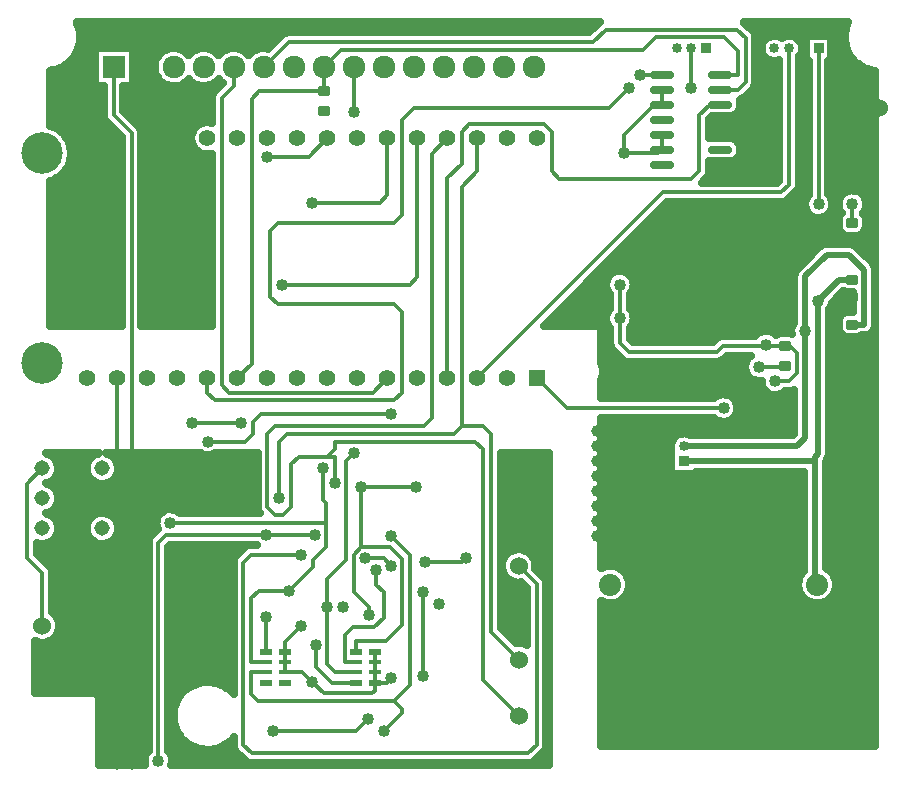
<source format=gbr>
G04 DipTrace 4.3.0.1*
G04 2 - Bottom.gbr*
%MOIN*%
G04 #@! TF.FileFunction,Copper,L2,Bot*
G04 #@! TF.Part,Single*
%AMOUTLINE6*
4,1,28,
-0.019094,-0.008465,
-0.019094,0.008465,
-0.018799,0.010706,
-0.017934,0.012795,
-0.016558,0.014589,
-0.014764,0.015966,
-0.012675,0.016831,
-0.010433,0.017126,
0.010433,0.017126,
0.012675,0.016831,
0.014764,0.015966,
0.016558,0.014589,
0.017934,0.012795,
0.018799,0.010706,
0.019094,0.008465,
0.019094,-0.008465,
0.018799,-0.010706,
0.017934,-0.012795,
0.016558,-0.014589,
0.014764,-0.015966,
0.012675,-0.016831,
0.010433,-0.017126,
-0.010433,-0.017126,
-0.012675,-0.016831,
-0.014764,-0.015966,
-0.016558,-0.014589,
-0.017934,-0.012795,
-0.018799,-0.010706,
-0.019094,-0.008465,
0*%
%AMOUTLINE9*
4,1,28,
0.019094,0.008465,
0.019094,-0.008465,
0.018799,-0.010706,
0.017934,-0.012795,
0.016558,-0.014589,
0.014764,-0.015966,
0.012675,-0.016831,
0.010433,-0.017126,
-0.010433,-0.017126,
-0.012675,-0.016831,
-0.014764,-0.015966,
-0.016558,-0.014589,
-0.017934,-0.012795,
-0.018799,-0.010706,
-0.019094,-0.008465,
-0.019094,0.008465,
-0.018799,0.010706,
-0.017934,0.012795,
-0.016558,0.014589,
-0.014764,0.015966,
-0.012675,0.016831,
-0.010433,0.017126,
0.010433,0.017126,
0.012675,0.016831,
0.014764,0.015966,
0.016558,0.014589,
0.017934,0.012795,
0.018799,0.010706,
0.019094,0.008465,
0*%
%AMOUTLINE12*
4,1,28,
0.021063,0.008465,
0.021063,-0.008465,
0.020781,-0.010604,
0.019955,-0.012598,
0.018641,-0.014311,
0.016929,-0.015625,
0.014935,-0.016451,
0.012795,-0.016732,
-0.012795,-0.016732,
-0.014935,-0.016451,
-0.016929,-0.015625,
-0.018641,-0.014311,
-0.019955,-0.012598,
-0.020781,-0.010604,
-0.021063,-0.008465,
-0.021063,0.008465,
-0.020781,0.010604,
-0.019955,0.012598,
-0.018641,0.014311,
-0.016929,0.015625,
-0.014935,0.016451,
-0.012795,0.016732,
0.012795,0.016732,
0.014935,0.016451,
0.016929,0.015625,
0.018641,0.014311,
0.019955,0.012598,
0.020781,0.010604,
0.021063,0.008465,
0*%
%AMOUTLINE15*
4,1,28,
-0.021063,-0.008465,
-0.021063,0.008465,
-0.020781,0.010604,
-0.019955,0.012598,
-0.018641,0.014311,
-0.016929,0.015625,
-0.014935,0.016451,
-0.012795,0.016732,
0.012795,0.016732,
0.014935,0.016451,
0.016929,0.015625,
0.018641,0.014311,
0.019955,0.012598,
0.020781,0.010604,
0.021063,0.008465,
0.021063,-0.008465,
0.020781,-0.010604,
0.019955,-0.012598,
0.018641,-0.014311,
0.016929,-0.015625,
0.014935,-0.016451,
0.012795,-0.016732,
-0.012795,-0.016732,
-0.014935,-0.016451,
-0.016929,-0.015625,
-0.018641,-0.014311,
-0.019955,-0.012598,
-0.020781,-0.010604,
-0.021063,-0.008465,
0*%
%AMOUTLINE24*
4,1,28,
-0.032874,0.011811,
0.032874,0.011811,
0.034402,0.01161,
0.035827,0.01102,
0.03705,0.010081,
0.037988,0.008858,
0.038578,0.007434,
0.03878,0.005906,
0.03878,-0.005906,
0.038578,-0.007434,
0.037988,-0.008858,
0.03705,-0.010081,
0.035827,-0.01102,
0.034402,-0.01161,
0.032874,-0.011811,
-0.032874,-0.011811,
-0.034402,-0.01161,
-0.035827,-0.01102,
-0.03705,-0.010081,
-0.037988,-0.008858,
-0.038578,-0.007434,
-0.03878,-0.005906,
-0.03878,0.005906,
-0.038578,0.007434,
-0.037988,0.008858,
-0.03705,0.010081,
-0.035827,0.01102,
-0.034402,0.01161,
-0.032874,0.011811,
0*%
G04 #@! TA.AperFunction,Conductor*
%ADD14C,0.012992*%
%ADD16C,0.02*%
G04 #@! TA.AperFunction,CopperBalancing*
%ADD18C,0.025*%
G04 #@! TA.AperFunction,ComponentPad*
%ADD20C,0.06*%
%ADD23R,0.033465X0.033465*%
%ADD24C,0.033465*%
%ADD35C,0.073819*%
%ADD36C,0.03937*%
%ADD38R,0.075591X0.075591*%
%ADD39C,0.075591*%
%ADD40R,0.03937X0.023228*%
%ADD41R,0.03937X0.015354*%
G04 #@! TA.AperFunction,ComponentPad*
%ADD43C,0.051496*%
%ADD44C,0.055433*%
%ADD45R,0.055433X0.055433*%
%ADD46C,0.138425*%
G04 #@! TA.AperFunction,ViaPad*
%ADD48C,0.04*%
%ADD119OUTLINE6*%
%ADD122OUTLINE9*%
%ADD125OUTLINE12*%
%ADD128OUTLINE15*%
%ADD137OUTLINE24*%
%FSLAX26Y26*%
G04*
G70*
G90*
G75*
G01*
G04 Bottom*
%LPD*%
X493700Y918700D2*
D14*
Y1095129D1*
X443192Y1145637D1*
Y1393192D1*
X493700Y1443700D1*
X2937196Y1734216D2*
X2983267D1*
X3009251Y1760200D1*
Y1828149D1*
X2985432Y1851968D1*
X2968700D1*
X743700Y444200D2*
Y1743700D1*
X790905Y444200D2*
Y2561050D1*
X731200Y2620755D1*
Y2781200D1*
X3081200Y2324330D2*
Y2843700D1*
X3193700Y2324330D2*
Y2260728D1*
X2418700Y1943700D2*
Y2056200D1*
X2968700Y1851968D2*
X2906200D1*
X2762936D1*
X2742169Y1831200D1*
X2447798D1*
X2418700Y1860298D1*
Y1943700D1*
X2486983Y2756200D2*
X2558759D1*
X2906200Y1856200D2*
Y1851968D1*
X1302361Y832381D2*
Y864861D1*
X1356200Y918700D1*
X1302361Y765452D2*
Y796948D1*
Y832381D2*
Y796948D1*
X1602361Y832381D2*
Y796948D1*
Y765452D1*
Y730019D1*
Y702361D1*
X1593700Y693700D1*
X1431200D1*
X1393700Y731200D1*
X1359448Y765452D1*
X1302361D1*
X1602361Y730019D2*
X1642519D1*
X1656200Y743700D1*
X1156200Y1593700D2*
X993700D1*
X1393700Y731200D2*
D3*
X1843700Y2543700D2*
X1790905Y2490905D1*
Y1611141D1*
X1764920Y1585157D1*
X1269684D1*
X1243700Y1559172D1*
Y1314204D1*
X1269684Y1288220D1*
X1296692D1*
X1322676Y1314204D1*
Y1457204D1*
X1348661Y1483188D1*
X1443153D1*
X1469137Y1509172D1*
Y1533188D1*
X1937204D1*
X1963188Y1507204D1*
Y736712D1*
X2081200Y618700D1*
X1469137Y1393700D2*
Y1483188D1*
X1443153D1*
X1390905Y2327539D2*
X1617716D1*
X1643700Y2353523D1*
Y2543700D1*
X1943700D2*
Y2434696D1*
X1890905Y2381901D1*
Y1585157D1*
X1963188D1*
X1989172Y1559172D1*
Y898228D1*
X2081200Y806200D1*
X1890905Y1585157D2*
X1864920Y1559172D1*
X1309172D1*
X1283188Y1533188D1*
Y1343700D1*
X1356200Y1155731D2*
X1189172D1*
X1163188Y1129747D1*
Y521260D1*
X1190749Y493700D1*
X2113128D1*
X2140688Y521260D1*
Y1059212D1*
X2081200Y1118700D1*
X2431200Y2493700D2*
X2546259D1*
X2558759Y2506200D1*
Y2556200D2*
Y2506200D1*
Y2656200D2*
Y2706200D1*
Y2656200D2*
X2531200D1*
X2431200Y2556200D1*
Y2493700D1*
X1768700Y1131200D2*
X1893700D1*
X1906200Y1143700D1*
X1568700D2*
X1631200D1*
X1656200Y1118700D1*
X2943700Y1406200D2*
X2993700D1*
X1243700Y2481200D2*
X1381200D1*
X1443700Y2543700D1*
X2631200Y1517913D2*
D16*
X3010217D1*
X3036200Y1543896D1*
Y1900196D1*
Y2083857D1*
X3108543Y2156200D1*
X3181200D1*
X3232283Y2105117D1*
Y1923228D1*
X3193700D1*
X2449511Y2710417D2*
D14*
X2447917D1*
X2381200Y2643700D1*
X1731200D1*
X1690905Y2603405D1*
Y2288050D1*
X1664920Y2262066D1*
X1277401D1*
X1251417Y2236082D1*
Y2016503D1*
X1277401Y1990519D1*
X1664920D1*
X1690905Y1964535D1*
Y1696495D1*
X1664920Y1670511D1*
X1069684D1*
X1043700Y1696495D1*
Y1743700D1*
X2656987Y2843700D2*
Y2710417D1*
X1606200Y1106200D2*
Y1056200D1*
X1631200Y1031200D1*
Y944546D1*
X1600196Y913543D1*
X1527361D1*
X1501377Y887558D1*
Y796948D1*
X1540550D1*
X1578212Y607405D2*
X1537519Y566712D1*
X1261220D1*
X1761180Y1031102D2*
Y751692D1*
X1531204Y1493700D2*
X1506200Y1468696D1*
Y1139350D1*
X1443267Y1076417D1*
Y982657D1*
Y791436D1*
X1469251Y765452D1*
X1540550D1*
X1240550Y949184D2*
Y832381D1*
X1400688Y1222228D2*
X1240550D1*
X906179D1*
X880196Y1196245D1*
Y470023D1*
X1556200Y1381200D2*
Y1181200D1*
X1653422D1*
X1693700Y1140922D1*
Y922598D1*
X1639684Y868582D1*
X1540550D1*
Y832381D1*
X1581200Y956200D2*
Y981200D1*
X1531200Y1031200D1*
Y1156200D1*
X1556200Y1181200D1*
X1656373Y1624645D2*
X1221672D1*
X1195688Y1598661D1*
Y1559176D1*
X1169704Y1533192D1*
X1046692D1*
X1556200Y1381200D2*
X1740176D1*
X1631200Y568700D2*
X1691653Y629153D1*
Y641140D1*
X1664092Y668700D1*
X1213581D1*
X1189172Y693108D1*
Y765452D1*
X1240550D1*
X1656200Y1218330D2*
X1718700Y1155830D1*
Y723308D1*
X1664092Y668700D1*
X2982775Y2843700D2*
Y2389802D1*
X2956791Y2363818D1*
X2563818D1*
X1943700Y1743700D1*
X1231200Y2781200D2*
X1314468Y2864468D1*
X2329609D1*
X2371342Y2906200D1*
X2810333D1*
X2837893Y2878640D1*
Y2732184D1*
X2811909Y2706200D1*
X2753641D1*
X1843700Y1743700D2*
Y2410267D1*
X1890905Y2457472D1*
Y2564920D1*
X1916889Y2590905D1*
X2164920D1*
X2190905Y2564920D1*
Y2433873D1*
X2216889Y2407889D1*
X2656987D1*
X2682972Y2433873D1*
Y2620472D1*
X2718700Y2656200D1*
X2753641D1*
X1643700Y1743700D2*
X1596495Y1696495D1*
X1116889D1*
X1090905Y1722480D1*
Y2677783D1*
X1131200Y2718078D1*
Y2781200D1*
X2764172Y1644527D2*
X2242873D1*
X2143700Y1743700D1*
X2881200Y1781200D2*
X2964468D1*
X2968700Y1785432D1*
X2631200Y1468700D2*
D16*
X3068700D1*
Y1481200D1*
X3079098Y1491598D1*
Y2001731D1*
X3068700Y1468700D2*
Y1056200D1*
X3075688D1*
X3079098Y2001731D2*
X3150594Y2073228D1*
X3193700D1*
X1431200Y2781200D2*
D14*
Y2701968D1*
X1216889D1*
X1190905Y2675983D1*
Y1790905D1*
X1143700Y1743700D1*
X1431200Y2781200D2*
X1488483Y2838483D1*
X2495905D1*
X2538621Y2881200D1*
X2766440D1*
X2811909Y2835731D1*
Y2756200D1*
X2753641D1*
X1531200Y2781200D2*
Y2631200D1*
X1406200Y856200D2*
Y781200D1*
X1457381Y730019D1*
X1540550D1*
X1429649Y1443700D2*
Y1338409D1*
X1440176Y1327881D1*
Y1261720D1*
Y1182739D1*
X1395688Y1138251D1*
Y1115428D1*
X1316716Y1036456D1*
X1215157D1*
X1189172Y1010472D1*
Y796948D1*
X1240550D1*
X1440176Y1261720D2*
X919684D1*
X1743700Y2543700D2*
Y2081977D1*
X1717718Y2055995D1*
X1290905D1*
D48*
X2418700Y2056200D3*
X2718700Y2006200D3*
X2906200Y1856200D3*
X2881200Y1781200D3*
X2831200Y1731200D3*
X2431200Y2493700D3*
X1043700Y2706200D3*
X1356200Y918700D3*
X1393700Y731200D3*
X1656200Y743700D3*
X1156200Y1593700D3*
X993700D3*
X1768700Y1131200D3*
X1906200Y1143700D3*
X1568700D3*
X1656200Y1118700D3*
X2937196Y1734216D3*
X2140684Y1466200D3*
X2418700Y1943700D3*
X3081200Y2324330D3*
X3193700D3*
X1496259Y982657D3*
X1814172Y991613D3*
X1469137Y1393700D3*
X1390905Y2327539D3*
X1283188Y1343700D3*
X1356200Y1155731D3*
X1243700Y2481200D3*
X3036200Y1900196D3*
X1606200Y1106200D3*
X1531204Y1493700D3*
X1443267Y982657D3*
X1240550Y949184D3*
Y1222228D3*
X1400688D3*
X1556200Y1381200D3*
X1581200Y956200D3*
X1631200Y568700D3*
X1656200Y1218330D3*
X2764172Y1644527D3*
X3079098Y2001731D3*
X1531200Y2631200D3*
X1406200Y856200D3*
X1316716Y1036456D3*
X1429649Y1443700D3*
X2486983Y2756200D3*
X1290905Y2055995D3*
X2449511Y2710417D3*
X2656987D3*
X1261220Y566712D3*
X1578212Y607405D3*
X1761180Y751692D3*
Y1031102D3*
X880196Y470023D3*
X1046692Y1533192D3*
X1656373Y1624645D3*
X1740176Y1381200D3*
X919684Y1261720D3*
X541345Y1468831D2*
D18*
X646043D1*
X741363D2*
X1208778D1*
X2024097D2*
X2178692D1*
X547876Y1443962D2*
X639512D1*
X747876D2*
X1208778D1*
X2024097D2*
X2178692D1*
X541632Y1419094D2*
X645756D1*
X741650D2*
X1208778D1*
X2024097D2*
X2178692D1*
X511112Y1394225D2*
X676257D1*
X711131D2*
X1208778D1*
X2024097D2*
X2178692D1*
X541058Y1369356D2*
X1208778D1*
X2024097D2*
X2178692D1*
X547876Y1344487D2*
X1208778D1*
X2024097D2*
X2178692D1*
X541937Y1319619D2*
X1208778D1*
X2024097D2*
X2178692D1*
X512781Y1294750D2*
X683147D1*
X704259D2*
X885282D1*
X954085D2*
X1215255D1*
X2024097D2*
X2178692D1*
X540753Y1269881D2*
X646635D1*
X740753D2*
X871987D1*
X2024097D2*
X2178692D1*
X547858Y1245012D2*
X639530D1*
X747858D2*
X874410D1*
X2024097D2*
X2178692D1*
X542188Y1220144D2*
X645199D1*
X742206D2*
X855750D1*
X2024097D2*
X2178692D1*
X514234Y1195275D2*
X673153D1*
X714253D2*
X845272D1*
X2024097D2*
X2178692D1*
X478117Y1170406D2*
X845272D1*
X915114D2*
X1155490D1*
X2024097D2*
X2057386D1*
X2105016D2*
X2178692D1*
X491645Y1145537D2*
X845272D1*
X915114D2*
X1132363D1*
X2132772D2*
X2178692D1*
X516513Y1120669D2*
X845272D1*
X915114D2*
X1128272D1*
X2139590D2*
X2178692D1*
X528606Y1095800D2*
X845272D1*
X915114D2*
X1128272D1*
X2152455D2*
X2178692D1*
X528624Y1070931D2*
X845272D1*
X915114D2*
X1128272D1*
X2024097D2*
X2049617D1*
X528624Y1046062D2*
X845272D1*
X915114D2*
X1128272D1*
X2024097D2*
X2105488D1*
X528624Y1021193D2*
X845272D1*
X915114D2*
X1128272D1*
X2024097D2*
X2105775D1*
X528624Y996325D2*
X845272D1*
X915114D2*
X1128272D1*
X2024097D2*
X2105775D1*
X528624Y971456D2*
X845272D1*
X915114D2*
X1128272D1*
X2024097D2*
X2105775D1*
X544682Y946587D2*
X845272D1*
X915114D2*
X1128272D1*
X2024097D2*
X2105775D1*
X552038Y921718D2*
X845272D1*
X915114D2*
X1128272D1*
X2024097D2*
X2105775D1*
X547678Y896850D2*
X845272D1*
X915114D2*
X1128272D1*
X2038899D2*
X2105775D1*
X526937Y871981D2*
X845272D1*
X915114D2*
X1128272D1*
X2063767D2*
X2105775D1*
X471209Y847112D2*
X845272D1*
X915114D2*
X1128272D1*
X471209Y822243D2*
X845272D1*
X915114D2*
X1128272D1*
X471209Y797375D2*
X845272D1*
X915114D2*
X1128272D1*
X471209Y772506D2*
X845272D1*
X915114D2*
X1128272D1*
X471209Y747637D2*
X845272D1*
X915114D2*
X1128272D1*
X471209Y722768D2*
X845272D1*
X915114D2*
X997438D1*
X1089960D2*
X1128272D1*
X471209Y697899D2*
X845272D1*
X915114D2*
X960747D1*
X683697Y673031D2*
X845272D1*
X915114D2*
X942231D1*
X683697Y648162D2*
X845272D1*
X915114D2*
X932219D1*
X683697Y623293D2*
X845272D1*
X915114D2*
X928397D1*
X683697Y598424D2*
X845272D1*
X915114D2*
X930138D1*
X683697Y573556D2*
X845272D1*
X915114D2*
X937727D1*
X683697Y548687D2*
X845272D1*
X915114D2*
X952637D1*
X683697Y523818D2*
X845272D1*
X915114D2*
X980017D1*
X1107382D2*
X1128272D1*
X683697Y498949D2*
X842024D1*
X918362D2*
X1137171D1*
X683697Y474081D2*
X831959D1*
X928445D2*
X1162021D1*
X2141851D2*
X2178692D1*
X744567Y1234562D2*
X742118Y1225626D1*
X738113Y1217271D1*
X732680Y1209766D1*
X725994Y1203351D1*
X718271Y1198233D1*
X709757Y1194576D1*
X700728Y1192499D1*
X691473Y1192067D1*
X682289Y1193294D1*
X673472Y1196142D1*
X665305Y1200518D1*
X658051Y1206282D1*
X651943Y1213249D1*
X647176Y1221194D1*
X643905Y1229863D1*
X642235Y1238976D1*
X642219Y1248242D1*
X643857Y1257361D1*
X647097Y1266041D1*
X651835Y1274004D1*
X657919Y1280992D1*
X665153Y1286781D1*
X673304Y1291186D1*
X682111Y1294065D1*
X691290Y1295325D1*
X700547Y1294926D1*
X709583Y1292880D1*
X718110Y1289254D1*
X725851Y1284163D1*
X732560Y1277772D1*
X738019Y1270286D1*
X742054Y1261945D1*
X744534Y1253018D1*
X745381Y1243700D1*
X744567Y1234562D1*
X852848Y1213656D2*
X849067Y1205309D1*
X847775Y1196245D1*
X847770Y502233D1*
X845270Y499845D1*
X839982Y492204D1*
X836340Y483655D1*
X834494Y474548D1*
X834519Y465255D1*
X836396Y456200D1*
X681200Y456195D1*
Y681200D1*
X680811Y684295D1*
X677997Y689555D1*
X673060Y692913D1*
X668686Y693700D1*
X468700Y693703D1*
X468695Y868862D1*
X471291Y867461D1*
X480030Y864471D1*
X489142Y862961D1*
X498379Y862971D1*
X507488Y864501D1*
X516221Y867509D1*
X524339Y871914D1*
X531622Y877595D1*
X537870Y884398D1*
X542914Y892136D1*
X546615Y900599D1*
X548873Y909555D1*
X549625Y918761D1*
X548853Y927965D1*
X546576Y936916D1*
X542856Y945371D1*
X537796Y953098D1*
X531533Y959887D1*
X526125Y964086D1*
X526122Y1095103D1*
X525349Y1102164D1*
X522121Y1110731D1*
X516626Y1118055D1*
X475614Y1159061D1*
X475617Y1195457D1*
X482289Y1193302D1*
X491472Y1192075D1*
X500726Y1192506D1*
X509754Y1194583D1*
X518266Y1198239D1*
X525988Y1203356D1*
X532673Y1209770D1*
X538105Y1217274D1*
X542110Y1225628D1*
X544559Y1234562D1*
X545373Y1243790D1*
X544527Y1253015D1*
X542047Y1261941D1*
X538013Y1270281D1*
X532555Y1277766D1*
X525847Y1284156D1*
X518107Y1289246D1*
X509582Y1292872D1*
X506379Y1293597D1*
X506363Y1293795D1*
X509757Y1294576D1*
X518271Y1298233D1*
X525994Y1303351D1*
X532680Y1309766D1*
X538113Y1317271D1*
X542118Y1325626D1*
X544567Y1334562D1*
X545381Y1343791D1*
X544534Y1353018D1*
X542054Y1361945D1*
X538019Y1370286D1*
X532560Y1377772D1*
X525851Y1384163D1*
X518110Y1389254D1*
X509583Y1392880D1*
X506377Y1393807D1*
X509754Y1394583D1*
X518266Y1398239D1*
X525988Y1403356D1*
X532673Y1409770D1*
X538105Y1417274D1*
X542110Y1425628D1*
X544559Y1434562D1*
X545373Y1443700D1*
X545009Y1449828D1*
X543090Y1458891D1*
X539584Y1467466D1*
X534603Y1475277D1*
X528308Y1482073D1*
X520900Y1487635D1*
X519321Y1488575D1*
X517709Y1489457D1*
X516068Y1490282D1*
X514398Y1491047D1*
X512701Y1491753D1*
X510981Y1492398D1*
X509239Y1492982D1*
X507477Y1493503D1*
X506745Y1493700D1*
X680649D1*
X678475Y1493088D1*
X676729Y1492515D1*
X675005Y1491881D1*
X673304Y1491186D1*
X665153Y1486781D1*
X657919Y1480992D1*
X651835Y1474004D1*
X647097Y1466041D1*
X643857Y1457361D1*
X642219Y1448242D1*
X642235Y1438976D1*
X643905Y1429863D1*
X647176Y1421194D1*
X651943Y1413249D1*
X658051Y1406282D1*
X665305Y1400518D1*
X673472Y1396142D1*
X682289Y1393294D1*
X691473Y1392067D1*
X700728Y1392499D1*
X709757Y1394576D1*
X718271Y1398233D1*
X725994Y1403351D1*
X732680Y1409766D1*
X738113Y1417271D1*
X742118Y1425626D1*
X744567Y1434562D1*
X745381Y1443700D1*
X745016Y1449838D1*
X743095Y1458902D1*
X739587Y1467477D1*
X734604Y1475289D1*
X728306Y1482085D1*
X720896Y1487647D1*
X719317Y1488586D1*
X717706Y1489468D1*
X716064Y1490292D1*
X714394Y1491058D1*
X712697Y1491763D1*
X710977Y1492408D1*
X709235Y1492991D1*
X707473Y1493512D1*
X706782Y1493700D1*
X1023684Y1493699D1*
X1026576Y1491906D1*
X1035299Y1488702D1*
X1044488Y1487320D1*
X1053767Y1487815D1*
X1062757Y1490168D1*
X1069909Y1493700D1*
X1211278Y1493699D1*
Y1314230D1*
X1212051Y1307169D1*
X1215279Y1298602D1*
X1218235Y1294141D1*
X951979Y1294139D1*
X946621Y1298916D1*
X938582Y1303577D1*
X929769Y1306524D1*
X920544Y1307637D1*
X911283Y1306870D1*
X902366Y1304255D1*
X894159Y1299898D1*
X886996Y1293978D1*
X881171Y1286738D1*
X876924Y1278473D1*
X874426Y1269522D1*
X873782Y1260252D1*
X875017Y1251042D1*
X878081Y1242270D1*
X878933Y1240844D1*
X863766Y1225666D1*
X857290Y1219189D1*
X852848Y1213656D1*
X2163594Y498315D2*
X2136053Y470774D1*
X2128730Y465279D1*
X2120154Y462050D1*
X2113101Y461278D1*
X1190749D1*
X1181685Y462571D1*
X1173337Y466352D1*
X1167803Y470795D1*
X1140263Y498335D1*
X1134768Y505658D1*
X1131538Y514234D1*
X1130767Y521287D1*
X1130770Y546986D1*
X1127511Y543064D1*
X1121067Y536485D1*
X1114108Y530452D1*
X1106681Y525007D1*
X1098834Y520185D1*
X1090621Y516019D1*
X1082096Y512536D1*
X1073314Y509760D1*
X1064336Y507708D1*
X1055221Y506396D1*
X1046029Y505830D1*
X1036821Y506016D1*
X1027659Y506952D1*
X1018604Y508631D1*
X1009716Y511043D1*
X1001054Y514171D1*
X992676Y517995D1*
X984637Y522489D1*
X976991Y527623D1*
X969790Y533364D1*
X963080Y539672D1*
X956907Y546506D1*
X951311Y553821D1*
X946330Y561567D1*
X941997Y569694D1*
X938341Y578147D1*
X935387Y586869D1*
X933152Y595804D1*
X931654Y604891D1*
X930901Y614069D1*
X930899Y623279D1*
X931648Y632458D1*
X933142Y641546D1*
X935372Y650481D1*
X938323Y659205D1*
X941975Y667660D1*
X946304Y675788D1*
X951282Y683537D1*
X956874Y690854D1*
X963044Y697691D1*
X969751Y704003D1*
X976950Y709746D1*
X984593Y714884D1*
X992630Y719382D1*
X1001006Y723209D1*
X1009667Y726342D1*
X1018554Y728757D1*
X1027608Y730441D1*
X1036770Y731381D1*
X1045977Y731571D1*
X1055170Y731010D1*
X1064286Y729701D1*
X1073265Y727654D1*
X1082047Y724881D1*
X1090574Y721402D1*
X1098790Y717240D1*
X1106638Y712422D1*
X1114068Y706980D1*
X1121029Y700951D1*
X1127476Y694374D1*
X1130772Y690412D1*
X1130767Y1026543D1*
Y1129747D1*
X1132059Y1138811D1*
X1135840Y1147159D1*
X1140282Y1152692D1*
X1166247Y1178657D1*
X1173570Y1184152D1*
X1182147Y1187381D1*
X1189200Y1188153D1*
X1210086Y1188152D1*
X1208339Y1189805D1*
X919617Y1189806D1*
X912618Y1182815D1*
Y502541D1*
X917820Y496359D1*
X922351Y488246D1*
X925157Y479387D1*
X926122Y470023D1*
X925206Y460898D1*
X923743Y456192D1*
X990223Y456200D1*
X2181192D1*
X2181200Y553909D1*
Y1493707D1*
X2055946Y1493700D1*
X2021596D1*
X2021594Y911658D1*
X2072065Y861181D1*
X2076521Y861929D1*
X2085758Y861939D1*
X2094870Y860429D1*
X2103609Y857439D1*
X2108269Y854924D1*
X2108267Y1045783D1*
X2090335Y1063719D1*
X2085879Y1062971D1*
X2076642Y1062961D1*
X2067530Y1064471D1*
X2058791Y1067461D1*
X2050663Y1071848D1*
X2043367Y1077513D1*
X2037104Y1084302D1*
X2032044Y1092029D1*
X2028324Y1100484D1*
X2026047Y1109435D1*
X2025275Y1118639D1*
X2026027Y1127845D1*
X2028285Y1136801D1*
X2031986Y1145264D1*
X2037030Y1153002D1*
X2043278Y1159805D1*
X2050561Y1165486D1*
X2058679Y1169891D1*
X2067412Y1172899D1*
X2076521Y1174429D1*
X2085758Y1174439D1*
X2094870Y1172929D1*
X2103609Y1169939D1*
X2111737Y1165552D1*
X2119033Y1159887D1*
X2125296Y1153098D1*
X2130356Y1145371D1*
X2134076Y1136916D1*
X2136353Y1127965D1*
X2137125Y1118700D1*
X2136373Y1109555D1*
X2136335Y1109406D1*
X2163614Y1082137D1*
X2169109Y1074814D1*
X2172338Y1066238D1*
X2173110Y1059186D1*
Y521260D1*
X2171817Y512196D1*
X2168036Y503849D1*
X2163594Y498315D1*
X618760Y2906331D2*
X2323121D1*
X2858543D2*
X3168642D1*
X621595Y2881462D2*
X1283108D1*
X2872700D2*
X2911227D1*
X3005112D2*
X3036050D1*
X3126365D2*
X3165808D1*
X618886Y2856594D2*
X1258240D1*
X2872807D2*
X2890396D1*
X3126365D2*
X3168517D1*
X610184Y2831725D2*
X664985D1*
X797427D2*
X889853D1*
X972542D2*
X989880D1*
X1072534D2*
X1089872D1*
X1172525D2*
X1189881D1*
X2872807D2*
X2890127D1*
X3126365D2*
X3177219D1*
X593659Y2806856D2*
X664985D1*
X797427D2*
X870368D1*
X2872807D2*
X2909559D1*
X3017690D2*
X3036050D1*
X3126365D2*
X3193743D1*
X562565Y2781987D2*
X664985D1*
X797427D2*
X864967D1*
X2872807D2*
X2947847D1*
X3017690D2*
X3046277D1*
X3116120D2*
X3224837D1*
X521209Y2757119D2*
X664985D1*
X797427D2*
X869704D1*
X2872807D2*
X2947847D1*
X3017690D2*
X3046277D1*
X3116120D2*
X3266194D1*
X521209Y2732250D2*
X664985D1*
X797427D2*
X887897D1*
X974516D2*
X987907D1*
X1074489D2*
X1087898D1*
X2872807D2*
X2947847D1*
X3017690D2*
X3046277D1*
X3116120D2*
X3266194D1*
X521209Y2707381D2*
X696276D1*
X766119D2*
X1072145D1*
X2861432D2*
X2947847D1*
X3017690D2*
X3046277D1*
X3116120D2*
X3266194D1*
X521209Y2682512D2*
X696276D1*
X766119D2*
X1056338D1*
X2836546D2*
X2947847D1*
X3017690D2*
X3046277D1*
X3116120D2*
X3266194D1*
X521209Y2657644D2*
X696276D1*
X766119D2*
X1055979D1*
X2820847D2*
X2947847D1*
X3017690D2*
X3046277D1*
X3116120D2*
X3266194D1*
X521209Y2632775D2*
X696276D1*
X767536D2*
X1055979D1*
X2815590D2*
X2947847D1*
X3017690D2*
X3046277D1*
X3116120D2*
X3266194D1*
X521209Y2607906D2*
X698931D1*
X792404D2*
X1055979D1*
X2718757D2*
X2947847D1*
X3017690D2*
X3046277D1*
X3116120D2*
X3266194D1*
X528942Y2583037D2*
X720569D1*
X817236D2*
X1004736D1*
X2717895D2*
X2947847D1*
X3017690D2*
X3046277D1*
X3116120D2*
X3266194D1*
X566172Y2558169D2*
X745437D1*
X825830D2*
X989539D1*
X2717895D2*
X2947847D1*
X3017690D2*
X3046277D1*
X3116120D2*
X3266194D1*
X582714Y2533300D2*
X755987D1*
X825830D2*
X988570D1*
X2812773D2*
X2947847D1*
X3017690D2*
X3046277D1*
X3116120D2*
X3266194D1*
X590196Y2508431D2*
X755987D1*
X825830D2*
X1000789D1*
X2820847D2*
X2947847D1*
X3017690D2*
X3046277D1*
X3116120D2*
X3266194D1*
X590806Y2483562D2*
X755987D1*
X825830D2*
X1055979D1*
X2816110D2*
X2947847D1*
X3017690D2*
X3046277D1*
X3116120D2*
X3266194D1*
X584670Y2458693D2*
X755987D1*
X825830D2*
X1055979D1*
X2717895D2*
X2947847D1*
X3017690D2*
X3046277D1*
X3116120D2*
X3266194D1*
X570137Y2433825D2*
X755987D1*
X825830D2*
X1055979D1*
X2717895D2*
X2947847D1*
X3017690D2*
X3046277D1*
X3116120D2*
X3266194D1*
X539456Y2408956D2*
X755987D1*
X825830D2*
X1055979D1*
X2706412D2*
X2947847D1*
X3017690D2*
X3046277D1*
X3116120D2*
X3266194D1*
X521209Y2384087D2*
X755987D1*
X825830D2*
X1055979D1*
X3017187D2*
X3046277D1*
X3116120D2*
X3266194D1*
X521209Y2359218D2*
X755987D1*
X825830D2*
X1055979D1*
X3000537D2*
X3046277D1*
X3116120D2*
X3161340D1*
X3226069D2*
X3266194D1*
X521209Y2334350D2*
X755987D1*
X825830D2*
X1055979D1*
X2972817D2*
X3033879D1*
X3128518D2*
X3146376D1*
X3241015D2*
X3266194D1*
X521209Y2309481D2*
X755987D1*
X825830D2*
X1055979D1*
X2557834D2*
X3035243D1*
X3127154D2*
X3147740D1*
X3239651D2*
X3266194D1*
X521209Y2284612D2*
X755987D1*
X825830D2*
X1055979D1*
X2532966D2*
X3055643D1*
X3106754D2*
X3149803D1*
X3237588D2*
X3266194D1*
X521209Y2259743D2*
X755987D1*
X825830D2*
X1055979D1*
X2508098D2*
X3146179D1*
X3241212D2*
X3266194D1*
X521209Y2234875D2*
X755987D1*
X825830D2*
X1055979D1*
X2483231D2*
X3150862D1*
X3236529D2*
X3266194D1*
X521209Y2210006D2*
X755987D1*
X825830D2*
X1055979D1*
X2458363D2*
X3266194D1*
X521209Y2185137D2*
X755987D1*
X825830D2*
X1055979D1*
X2433495D2*
X3084745D1*
X3204987D2*
X3266194D1*
X521209Y2160268D2*
X755987D1*
X825830D2*
X1055979D1*
X2408627D2*
X3059303D1*
X3230447D2*
X3266194D1*
X521209Y2135399D2*
X755987D1*
X825830D2*
X1055979D1*
X2383742D2*
X3034436D1*
X521209Y2110531D2*
X755987D1*
X825830D2*
X1055979D1*
X2358874D2*
X3009568D1*
X521209Y2085662D2*
X755987D1*
X825830D2*
X1055979D1*
X2334006D2*
X2380967D1*
X2456425D2*
X2997816D1*
X521209Y2060793D2*
X755987D1*
X825830D2*
X1055979D1*
X2309139D2*
X2370506D1*
X2466903D2*
X2997780D1*
X521209Y2035924D2*
X755987D1*
X825830D2*
X1055979D1*
X2284271D2*
X2374992D1*
X2462400D2*
X2997780D1*
X521209Y2011056D2*
X755987D1*
X825830D2*
X1055979D1*
X2259403D2*
X2383784D1*
X2453626D2*
X2997780D1*
X3141723D2*
X3193851D1*
X521209Y1986187D2*
X755987D1*
X825830D2*
X1055979D1*
X2234535D2*
X2383784D1*
X2453626D2*
X2997780D1*
X3124804D2*
X3193851D1*
X521209Y1961318D2*
X755987D1*
X825830D2*
X1055979D1*
X2209668D2*
X2373790D1*
X2463620D2*
X2997780D1*
X3117520D2*
X3162919D1*
X521209Y1936449D2*
X755987D1*
X825830D2*
X1055979D1*
X2184800D2*
X2370847D1*
X2466545D2*
X2997780D1*
X3117520D2*
X3146502D1*
X2358695Y1911581D2*
X2383371D1*
X2454021D2*
X2989204D1*
X3117520D2*
X3146322D1*
X2358695Y1886712D2*
X2383784D1*
X2453626D2*
X2869368D1*
X3117520D2*
X3160533D1*
X3226859D2*
X3266194D1*
X2358695Y1861843D2*
X2383784D1*
X3117520D2*
X3266194D1*
X2358695Y1836974D2*
X2393670D1*
X3117520D2*
X3266194D1*
X2358695Y1812106D2*
X2418537D1*
X2771417D2*
X2844734D1*
X3117520D2*
X3266194D1*
X2362175Y1787237D2*
X2833179D1*
X3117520D2*
X3266194D1*
X2365333Y1762368D2*
X2836821D1*
X3117520D2*
X3266194D1*
X2359215Y1737499D2*
X2864578D1*
X3117520D2*
X3266194D1*
X2358695Y1712630D2*
X2894164D1*
X3117520D2*
X3266194D1*
X2358695Y1687762D2*
X2746178D1*
X2782164D2*
X2997780D1*
X3117520D2*
X3266194D1*
X2808772Y1662893D2*
X2997780D1*
X3117520D2*
X3266194D1*
X2812127Y1638024D2*
X2997780D1*
X3117520D2*
X3266194D1*
X2800214Y1613155D2*
X2997780D1*
X3117520D2*
X3266194D1*
X2358695Y1588287D2*
X2997780D1*
X3117520D2*
X3266194D1*
X2358695Y1563418D2*
X2997780D1*
X3117520D2*
X3266194D1*
X2358695Y1538549D2*
X2591374D1*
X3117520D2*
X3266194D1*
X2358695Y1513680D2*
X2586260D1*
X3117520D2*
X3266194D1*
X2358695Y1488812D2*
X2586045D1*
X3117412D2*
X3266194D1*
X2358695Y1463943D2*
X2586045D1*
X3107131D2*
X3266194D1*
X2358695Y1439074D2*
X2586045D1*
X3107131D2*
X3266194D1*
X2358695Y1414205D2*
X3030273D1*
X3107131D2*
X3266194D1*
X2358695Y1389336D2*
X3030273D1*
X3107131D2*
X3266194D1*
X2358695Y1364468D2*
X3030273D1*
X3107131D2*
X3266194D1*
X2358695Y1339599D2*
X3030273D1*
X3107131D2*
X3266194D1*
X2358695Y1314730D2*
X3030273D1*
X3107131D2*
X3266194D1*
X2358695Y1289861D2*
X3030273D1*
X3107131D2*
X3266194D1*
X2358695Y1264993D2*
X3030273D1*
X3107131D2*
X3266194D1*
X2358695Y1240124D2*
X3030273D1*
X3107131D2*
X3266194D1*
X2358695Y1215255D2*
X3030273D1*
X3107131D2*
X3266194D1*
X2358695Y1190386D2*
X3030273D1*
X3107131D2*
X3266194D1*
X2358695Y1165518D2*
X3030273D1*
X3107131D2*
X3266194D1*
X2358695Y1140649D2*
X3030273D1*
X3107131D2*
X3266194D1*
X2409166Y1115780D2*
X3030273D1*
X3107131D2*
X3266194D1*
X2441587Y1090911D2*
X3020818D1*
X3130563D2*
X3266194D1*
X2451276Y1066043D2*
X3011129D1*
X3140252D2*
X3266194D1*
X2450217Y1041174D2*
X3012169D1*
X3139194D2*
X3266194D1*
X2437765Y1016305D2*
X3024639D1*
X3126742D2*
X3266194D1*
X2358695Y991436D2*
X3266194D1*
X2358695Y966567D2*
X3266194D1*
X2358695Y941699D2*
X3266194D1*
X2358695Y916830D2*
X3266194D1*
X2358695Y891961D2*
X3266194D1*
X2358695Y867092D2*
X3266194D1*
X2358695Y842224D2*
X3266194D1*
X2358695Y817355D2*
X3266194D1*
X2358695Y792486D2*
X3266194D1*
X2358695Y767617D2*
X3266194D1*
X2358695Y742749D2*
X3266194D1*
X2358695Y717880D2*
X3266194D1*
X2358695Y693011D2*
X3266194D1*
X2358695Y668142D2*
X3266194D1*
X2358695Y643273D2*
X3266194D1*
X2358695Y618405D2*
X3266194D1*
X2358695Y593536D2*
X3266194D1*
X2358695Y568667D2*
X3266194D1*
X2358695Y543798D2*
X3266194D1*
X2358695Y518930D2*
X3266194D1*
X3047729Y2886357D2*
X3123858D1*
Y2801042D1*
X3113622D1*
Y2356849D1*
X3118824Y2350666D1*
X3123355Y2342553D1*
X3126161Y2333694D1*
X3127125Y2324330D1*
X3126210Y2315205D1*
X3123452Y2306331D1*
X3118963Y2298194D1*
X3112929Y2291128D1*
X3105596Y2285420D1*
X3097264Y2281306D1*
X3088275Y2278953D1*
X3078996Y2278457D1*
X3069807Y2279840D1*
X3061084Y2283044D1*
X3053185Y2287939D1*
X3046433Y2294323D1*
X3041105Y2301936D1*
X3037417Y2310465D1*
X3035523Y2319562D1*
X3035498Y2328855D1*
X3037344Y2337962D1*
X3040986Y2346511D1*
X3046274Y2354152D1*
X3048774Y2356541D1*
X3048778Y2801044D1*
X3038543Y2801042D1*
Y2886357D1*
X3047729D1*
X823326Y2561023D2*
Y1918697D1*
X1058486Y1918700D1*
X1058487Y2492331D1*
X1054926Y2491246D1*
X1045900Y2490103D1*
X1036810Y2490502D1*
X1027919Y2492432D1*
X1019481Y2495836D1*
X1011741Y2500618D1*
X1004920Y2506639D1*
X999214Y2513726D1*
X994788Y2521675D1*
X991770Y2530258D1*
X990245Y2539228D1*
X990258Y2548326D1*
X991808Y2557291D1*
X994852Y2565865D1*
X999300Y2573802D1*
X1005026Y2580873D1*
X1011865Y2586874D1*
X1019619Y2591633D1*
X1028066Y2595013D1*
X1036963Y2596917D1*
X1046054Y2597290D1*
X1055077Y2596122D1*
X1058482Y2595074D1*
X1058483Y2677756D1*
X1059091Y2684029D1*
X1062105Y2692674D1*
X1067417Y2700132D1*
X1087687Y2720416D1*
X1095676Y2728393D1*
X1089406Y2733100D1*
X1082986Y2739538D1*
X1081292Y2741807D1*
X1081107Y2741813D1*
X1079300Y2739406D1*
X1072862Y2732986D1*
X1065577Y2727548D1*
X1057591Y2723201D1*
X1049069Y2720036D1*
X1040182Y2718116D1*
X1031113Y2717479D1*
X1022045Y2718140D1*
X1013164Y2720085D1*
X1004650Y2723274D1*
X996677Y2727642D1*
X989406Y2733100D1*
X982986Y2739538D1*
X981292Y2741807D1*
X981114Y2741809D1*
X979307Y2739402D1*
X972868Y2732981D1*
X965582Y2727542D1*
X957596Y2723195D1*
X949072Y2720029D1*
X940184Y2718108D1*
X931114Y2717471D1*
X922045Y2718132D1*
X913163Y2720077D1*
X904648Y2723266D1*
X896673Y2727635D1*
X889402Y2733093D1*
X882981Y2739532D1*
X877542Y2746818D1*
X873195Y2754804D1*
X870029Y2763328D1*
X868108Y2772216D1*
X867471Y2781286D1*
X868132Y2790355D1*
X870077Y2799237D1*
X873266Y2807752D1*
X877635Y2815727D1*
X883093Y2822998D1*
X889532Y2829419D1*
X896818Y2834858D1*
X904804Y2839205D1*
X913328Y2842371D1*
X922216Y2844292D1*
X931286Y2844929D1*
X940355Y2844268D1*
X949237Y2842323D1*
X957752Y2839134D1*
X965727Y2834765D1*
X972998Y2829307D1*
X979419Y2822868D1*
X981114Y2820598D1*
X983100Y2822994D1*
X989538Y2829414D1*
X996823Y2834852D1*
X1004809Y2839199D1*
X1013331Y2842364D1*
X1022218Y2844284D1*
X1031287Y2844921D1*
X1040355Y2844260D1*
X1049236Y2842315D1*
X1057750Y2839126D1*
X1065723Y2834758D1*
X1072994Y2829300D1*
X1079414Y2822862D1*
X1081108Y2820593D1*
X1083100Y2822994D1*
X1089538Y2829414D1*
X1096823Y2834852D1*
X1104809Y2839199D1*
X1113331Y2842364D1*
X1122218Y2844284D1*
X1131287Y2844921D1*
X1140355Y2844260D1*
X1149236Y2842315D1*
X1157750Y2839126D1*
X1165723Y2834758D1*
X1172994Y2829300D1*
X1179414Y2822862D1*
X1181108Y2820593D1*
X1183100Y2822994D1*
X1189538Y2829414D1*
X1196823Y2834852D1*
X1204809Y2839199D1*
X1213331Y2842364D1*
X1222218Y2844284D1*
X1231287Y2844921D1*
X1240355Y2844260D1*
X1246955Y2842814D1*
X1291525Y2887376D1*
X1296389Y2891381D1*
X1304633Y2895362D1*
X1313662Y2896879D1*
X1341904Y2896889D1*
X2316187D1*
X2348401Y2929110D1*
X2350694Y2931200D1*
X607322Y2931194D1*
X609817Y2926017D1*
X613125Y2917422D1*
X615722Y2908586D1*
X617589Y2899568D1*
X618716Y2890428D1*
X619094Y2881200D1*
X618720Y2872024D1*
X617598Y2862883D1*
X615734Y2853864D1*
X613142Y2845027D1*
X609837Y2836430D1*
X605843Y2828132D1*
X601186Y2820187D1*
X595897Y2812647D1*
X590011Y2805564D1*
X583567Y2798985D1*
X576608Y2792952D1*
X569181Y2787507D1*
X561334Y2782685D1*
X553121Y2778519D1*
X544596Y2775036D1*
X535814Y2772260D1*
X526836Y2770208D1*
X518709Y2769038D1*
X518700Y2668195D1*
Y2585509D1*
X523091Y2584193D1*
X531688Y2580933D1*
X539930Y2576860D1*
X547740Y2572010D1*
X555046Y2566429D1*
X561779Y2560168D1*
X567876Y2553287D1*
X573281Y2545850D1*
X577942Y2537926D1*
X581818Y2529589D1*
X584870Y2520917D1*
X587071Y2511991D1*
X588401Y2502894D1*
X588846Y2493700D1*
X588403Y2484528D1*
X587075Y2475431D1*
X584876Y2466504D1*
X581826Y2457831D1*
X577953Y2449493D1*
X573293Y2441568D1*
X567890Y2434130D1*
X561794Y2427247D1*
X555062Y2420985D1*
X547758Y2415403D1*
X539949Y2410551D1*
X531708Y2406475D1*
X523112Y2403214D1*
X518703Y2402013D1*
X518700Y1918709D1*
X598065Y1918700D1*
X758476D1*
X758483Y2033456D1*
Y2547614D1*
X708290Y2597814D1*
X704287Y2602676D1*
X700306Y2610920D1*
X698788Y2619949D1*
X698778Y2648041D1*
Y2717479D1*
X667480D1*
Y2844920D1*
X794921D1*
Y2717479D1*
X763621D1*
X763622Y2634177D1*
X813830Y2583976D1*
X819325Y2576653D1*
X822555Y2568076D1*
X823326Y2561023D1*
X3159217Y2294055D2*
X3158933Y2294323D1*
X3153605Y2301936D1*
X3149917Y2310465D1*
X3148023Y2319562D1*
X3147998Y2328855D1*
X3149844Y2337962D1*
X3153486Y2346511D1*
X3158774Y2354152D1*
X3165492Y2360572D1*
X3173365Y2365508D1*
X3182071Y2368759D1*
X3191252Y2370190D1*
X3200534Y2369744D1*
X3209536Y2367439D1*
X3217889Y2363369D1*
X3225253Y2357700D1*
X3231324Y2350666D1*
X3235855Y2342553D1*
X3238661Y2333694D1*
X3239625Y2324330D1*
X3238710Y2315205D1*
X3235952Y2306331D1*
X3231463Y2298194D1*
X3228040Y2294185D1*
X3229412Y2292798D1*
X3234722Y2285334D1*
X3237887Y2276739D1*
X3238720Y2269192D1*
X3238711Y2251474D1*
X3237291Y2242425D1*
X3233546Y2234067D1*
X3227739Y2226984D1*
X3220275Y2221674D1*
X3211680Y2218510D1*
X3204133Y2217676D1*
X3183267D1*
X3174188Y2218889D1*
X3165746Y2222442D1*
X3158533Y2228087D1*
X3153054Y2235427D1*
X3149693Y2243957D1*
X3148680Y2252304D1*
X3148689Y2269981D1*
X3150109Y2279030D1*
X3153859Y2287396D1*
X3159217Y2294055D1*
X2937676Y1889367D2*
X2932839Y1893610D1*
X2924764Y1898206D1*
X2915928Y1901083D1*
X2906694Y1902123D1*
X2897439Y1901282D1*
X2888544Y1898596D1*
X2880371Y1894174D1*
X2873256Y1888197D1*
X2870243Y1884390D1*
X2762962Y1884389D1*
X2755902Y1883617D1*
X2747334Y1880388D1*
X2740011Y1874893D1*
X2728739Y1863622D1*
X2461226Y1863624D1*
X2451122Y1873720D1*
X2451119Y1911305D1*
X2456463Y1917564D1*
X2460952Y1925701D1*
X2463710Y1934575D1*
X2464625Y1943822D1*
X2463661Y1953064D1*
X2460855Y1961923D1*
X2456324Y1970036D1*
X2451122Y1976232D1*
X2451119Y2023805D1*
X2456463Y2030064D1*
X2460952Y2038201D1*
X2463710Y2047075D1*
X2464625Y2056322D1*
X2463661Y2065564D1*
X2460855Y2074423D1*
X2456324Y2082536D1*
X2450253Y2089570D1*
X2442889Y2095239D1*
X2434536Y2099309D1*
X2425534Y2101614D1*
X2416252Y2102060D1*
X2407071Y2100629D1*
X2398365Y2097378D1*
X2390492Y2092442D1*
X2383774Y2086022D1*
X2378486Y2078381D1*
X2374844Y2069832D1*
X2372998Y2060725D1*
X2373023Y2051432D1*
X2374917Y2042335D1*
X2378605Y2033806D1*
X2383933Y2026193D1*
X2386278Y2023668D1*
X2386274Y1975911D1*
X2383774Y1973522D1*
X2378486Y1965881D1*
X2374844Y1957332D1*
X2372998Y1948225D1*
X2373023Y1938932D1*
X2374917Y1929835D1*
X2378605Y1921306D1*
X2383933Y1913693D1*
X2386274Y1911480D1*
X2386278Y1860298D1*
X2386288Y1859493D1*
X2387806Y1850464D1*
X2391793Y1842213D1*
X2395790Y1837357D1*
X2425449Y1807712D1*
X2432907Y1802401D1*
X2441561Y1799385D1*
X2447819Y1798778D1*
X2742974Y1798788D1*
X2752003Y1800306D1*
X2760254Y1804293D1*
X2765107Y1808287D1*
X2776361Y1819546D1*
X2856352Y1819549D1*
X2852992Y1817442D1*
X2846274Y1811022D1*
X2840986Y1803381D1*
X2837344Y1794832D1*
X2835498Y1785725D1*
X2835523Y1776432D1*
X2837417Y1767335D1*
X2841105Y1758806D1*
X2846433Y1751193D1*
X2853185Y1744809D1*
X2861084Y1739914D1*
X2869807Y1736710D1*
X2878996Y1735327D1*
X2888275Y1735823D1*
X2891339Y1736625D1*
X2891500Y1736445D1*
X2891519Y1729448D1*
X2893413Y1720351D1*
X2897101Y1711821D1*
X2902429Y1704209D1*
X2909181Y1697824D1*
X2917080Y1692930D1*
X2925803Y1689726D1*
X2934992Y1688343D1*
X2944271Y1688839D1*
X2953261Y1691192D1*
X2961592Y1695306D1*
X2968925Y1701013D1*
X2969591Y1701793D1*
X2983244Y1701794D1*
X2990302Y1702567D1*
X2998869Y1705795D1*
X3000274Y1706612D1*
X3000273Y1558775D1*
X2995343Y1553838D1*
X2653781Y1553836D1*
X2651132Y1555627D1*
X2642558Y1559030D1*
X2633454Y1560511D1*
X2624244Y1559999D1*
X2615359Y1557520D1*
X2607215Y1553189D1*
X2600192Y1547208D1*
X2594620Y1539857D1*
X2590757Y1531480D1*
X2588786Y1522469D1*
X2588798Y1513245D1*
X2589054Y1511357D1*
X2588543D1*
Y1426042D1*
X2673858D1*
X2673857Y1432774D1*
X3032774D1*
X3032775Y1102017D1*
X3032080Y1101438D1*
X3025958Y1094607D1*
X3020895Y1086957D1*
X3017001Y1078651D1*
X3014358Y1069867D1*
X3013021Y1060792D1*
Y1051618D1*
X3014355Y1042543D1*
X3016998Y1033758D1*
X3020891Y1025452D1*
X3025952Y1017801D1*
X3032073Y1010968D1*
X3039123Y1005100D1*
X3046953Y1000321D1*
X3055395Y996732D1*
X3064270Y994411D1*
X3073388Y993407D1*
X3082556Y993742D1*
X3091577Y995407D1*
X3100259Y998368D1*
X3108417Y1002562D1*
X3115878Y1007899D1*
X3122483Y1014265D1*
X3128090Y1021526D1*
X3132580Y1029525D1*
X3135858Y1038093D1*
X3137853Y1047046D1*
X3138523Y1056200D1*
X3137854Y1065344D1*
X3135860Y1074298D1*
X3132584Y1082866D1*
X3128095Y1090866D1*
X3122489Y1098127D1*
X3115886Y1104495D1*
X3108426Y1109833D1*
X3104626Y1111970D1*
Y1459733D1*
X3104961Y1466663D1*
X3110427Y1474015D1*
X3113855Y1482511D1*
X3115023Y1491598D1*
X3115029Y1973450D1*
X3116861Y1975596D1*
X3121349Y1983733D1*
X3124107Y1992606D1*
X3124727Y1996555D1*
X3163543Y2035371D1*
X3165746Y2034942D1*
X3174188Y2031389D1*
X3183267Y2030176D1*
X3196357Y2030169D1*
X3196364Y1966279D1*
X3183267D1*
X3175720Y1965446D1*
X3167125Y1962281D1*
X3159661Y1956971D1*
X3153854Y1949889D1*
X3150109Y1941530D1*
X3148690Y1932472D1*
X3148680Y1914804D1*
X3149694Y1906448D1*
X3153054Y1897927D1*
X3158533Y1890587D1*
X3165746Y1884942D1*
X3174188Y1881389D1*
X3183267Y1880176D1*
X3204133D1*
X3211680Y1881009D1*
X3220283Y1884179D1*
X3225152Y1887302D1*
X3232283D1*
X3234908Y1887398D1*
X3243885Y1889227D1*
X3252107Y1893267D1*
X3259040Y1899255D1*
X3264234Y1906802D1*
X3267350Y1915427D1*
X3268208Y1923249D1*
Y2105117D1*
X3268112Y2107742D1*
X3266283Y2116719D1*
X3262238Y2124948D1*
X3257669Y2130537D1*
X3206603Y2181603D1*
X3204679Y2183391D1*
X3197038Y2188446D1*
X3188359Y2191404D1*
X3181175Y2192126D1*
X3108543D1*
X3105918Y2192030D1*
X3096941Y2190201D1*
X3088711Y2186155D1*
X3083125Y2181589D1*
X3010797Y2109261D1*
X3009009Y2107337D1*
X3003954Y2099696D1*
X3000996Y2091016D1*
X3000274Y2083831D1*
X3000277Y1928481D1*
X2996532Y1923338D1*
X2992685Y1914880D1*
X2990620Y1905820D1*
X2990421Y1896529D1*
X2991018Y1893271D1*
X2982893Y1894596D1*
X2980675Y1894626D1*
X2955045Y1894615D1*
X2945995Y1893157D1*
X2937676Y1889367D1*
X2963816Y2332168D2*
X2972393Y2335397D1*
X2979717Y2340894D1*
X3006263Y2367454D1*
X3011574Y2374911D1*
X3014590Y2383565D1*
X3015196Y2389821D1*
X3015191Y2816259D1*
X3016768Y2817929D1*
X3021513Y2825839D1*
X3024447Y2834584D1*
X3025433Y2843756D1*
X3024423Y2852925D1*
X3021466Y2861662D1*
X3016700Y2869560D1*
X3010348Y2876248D1*
X3002707Y2881415D1*
X2994133Y2884818D1*
X2985028Y2886298D1*
X2975818Y2885787D1*
X2966934Y2883307D1*
X2958790Y2878976D1*
X2958234Y2878503D1*
X2957964Y2878393D1*
X2953494Y2881415D1*
X2944920Y2884818D1*
X2935816Y2886298D1*
X2926606Y2885787D1*
X2917721Y2883307D1*
X2909577Y2878976D1*
X2902554Y2872995D1*
X2896982Y2865644D1*
X2893120Y2857268D1*
X2891149Y2848256D1*
X2891161Y2839032D1*
X2893155Y2830026D1*
X2897039Y2821660D1*
X2902631Y2814324D1*
X2909670Y2808361D1*
X2917825Y2804051D1*
X2926716Y2801595D1*
X2935928Y2801108D1*
X2945028Y2802612D1*
X2950356Y2804743D1*
X2950352Y2403231D1*
X2943352Y2396240D1*
X2691186Y2396237D1*
X2705878Y2410929D1*
X2710325Y2416468D1*
X2714101Y2424809D1*
X2715393Y2433873D1*
Y2464160D1*
X2715692Y2468864D1*
X2720788Y2468456D1*
X2786515D1*
X2794587Y2469496D1*
X2803017Y2473066D1*
X2810083Y2478887D1*
X2815200Y2486478D1*
X2817946Y2495220D1*
X2818354Y2500312D1*
Y2512106D1*
X2817314Y2520178D1*
X2813744Y2528608D1*
X2807923Y2535673D1*
X2800332Y2540790D1*
X2791590Y2543536D1*
X2786494Y2543944D1*
X2720807D1*
X2716697Y2543683D1*
X2715393Y2543491D1*
X2715391Y2607040D1*
X2726812Y2618463D1*
X2786515D1*
X2789137Y2618572D1*
X2798057Y2620630D1*
X2806022Y2625142D1*
X2812374Y2631734D1*
X2816588Y2639861D1*
X2818312Y2648860D1*
X2818346Y2650312D1*
Y2662106D1*
X2817308Y2670162D1*
X2821743Y2675306D1*
X2829995Y2679293D1*
X2834854Y2683295D1*
X2861381Y2709835D1*
X2866692Y2717293D1*
X2869708Y2725947D1*
X2870314Y2732210D1*
X2870304Y2879445D1*
X2868787Y2888474D1*
X2864800Y2896725D1*
X2860803Y2901580D1*
X2832681Y2929688D1*
X2830968Y2931200D1*
X3180029Y2931199D1*
X3179475Y2930160D1*
X3175823Y2921705D1*
X3172872Y2912981D1*
X3170642Y2904046D1*
X3169148Y2894958D1*
X3168399Y2885779D1*
X3168401Y2876569D1*
X3169154Y2867391D1*
X3170652Y2858304D1*
X3172887Y2849369D1*
X3175841Y2840647D1*
X3179497Y2832194D1*
X3183830Y2824067D1*
X3188811Y2816321D1*
X3194407Y2809006D1*
X3200580Y2802172D1*
X3207290Y2795864D1*
X3214491Y2790123D1*
X3222137Y2784989D1*
X3230176Y2780495D1*
X3238554Y2776671D1*
X3247216Y2773543D1*
X3256104Y2771131D1*
X3265159Y2769452D1*
X3268693Y2769091D1*
X3268700Y2729274D1*
Y518700D1*
X2356200Y518705D1*
X2356195Y1001408D1*
X2357977Y1000321D1*
X2366419Y996732D1*
X2375294Y994411D1*
X2384412Y993407D1*
X2393579Y993742D1*
X2402600Y995407D1*
X2411282Y998368D1*
X2419441Y1002562D1*
X2426902Y1007899D1*
X2433506Y1014265D1*
X2439113Y1021526D1*
X2443604Y1029525D1*
X2446881Y1038093D1*
X2448876Y1047046D1*
X2449547Y1056200D1*
X2448878Y1065344D1*
X2446884Y1074298D1*
X2443608Y1082866D1*
X2439119Y1090866D1*
X2433513Y1098127D1*
X2426909Y1104495D1*
X2419449Y1109833D1*
X2411291Y1114028D1*
X2402610Y1116991D1*
X2393589Y1118657D1*
X2384422Y1118993D1*
X2375303Y1117991D1*
X2366428Y1115671D1*
X2357985Y1112084D1*
X2356204Y1110997D1*
X2356200Y1603026D1*
X2356197Y1612105D1*
X2731958Y1612107D1*
X2736158Y1608136D1*
X2744057Y1603241D1*
X2752779Y1600037D1*
X2761968Y1598654D1*
X2771247Y1599150D1*
X2780237Y1601503D1*
X2788569Y1605617D1*
X2795902Y1611324D1*
X2801936Y1618391D1*
X2806424Y1626528D1*
X2809182Y1635402D1*
X2810098Y1644649D1*
X2809133Y1653891D1*
X2806328Y1662750D1*
X2801797Y1670863D1*
X2795725Y1677897D1*
X2788362Y1683566D1*
X2780008Y1687636D1*
X2771006Y1689941D1*
X2761725Y1690387D1*
X2752543Y1688955D1*
X2743838Y1685705D1*
X2735965Y1680769D1*
X2731642Y1676948D1*
X2356200Y1676957D1*
X2356201Y1736716D1*
X2357473Y1739240D1*
X2360499Y1747981D1*
X2362332Y1757047D1*
X2362940Y1766277D1*
X2362313Y1775505D1*
X2360462Y1784567D1*
X2357419Y1793302D1*
X2356198Y1795711D1*
X2356200Y1906200D1*
X2355811Y1909295D1*
X2352997Y1914555D1*
X2348060Y1917913D1*
X2343687Y1918700D1*
X2164557Y1918706D1*
X2577256Y2331397D1*
X2956695D1*
X2963816Y2332168D1*
D20*
X493700Y918700D3*
X2081200Y1118700D3*
D119*
X3193700Y2260728D3*
D122*
Y2201672D3*
D119*
Y2073228D3*
D122*
Y2014172D3*
D119*
Y1923228D3*
D122*
Y1864172D3*
D23*
X3081200Y2843700D3*
D24*
X3031987D3*
X2982775D3*
X2933562D3*
D20*
X3281200Y2643700D3*
X2081200Y806200D3*
Y618700D3*
D23*
X2631200Y1468700D3*
D24*
Y1517913D3*
D35*
X2386712Y1056200D3*
X3075688D3*
D23*
X2706200Y2843700D3*
D24*
X2656987D3*
X2607775D3*
D36*
X2655159Y1568700D3*
X2707415D3*
X2759672D3*
X2811930D3*
X2864187D3*
X2916443D3*
X2968700D3*
X2341617D3*
X2393875D3*
X2446132D3*
X2498388D3*
X2550645D3*
X2602902D3*
X2341617Y1518700D3*
Y1468700D3*
Y1418700D3*
Y1368700D3*
Y1318700D3*
Y1268700D3*
Y1218700D3*
X2993700Y1406200D3*
Y1356200D3*
Y1306200D3*
Y1256200D3*
Y1206200D3*
Y1156200D3*
Y1106200D3*
Y1056200D3*
X2630159Y1406200D3*
X2682415D3*
X2734672D3*
X2786930D3*
X2839187D3*
X2891443D3*
X2943700D3*
X3131200Y1481200D3*
Y1431200D3*
Y1381200D3*
Y1331200D3*
Y1281200D3*
Y1231200D3*
Y1181200D3*
Y1131200D3*
Y1881200D3*
Y1831200D3*
Y1781200D3*
Y1731200D3*
Y1681200D3*
Y1631200D3*
Y1581200D3*
Y1531200D3*
D125*
X1431200Y2635432D3*
D128*
Y2701968D3*
X2968700Y1851968D3*
D125*
Y1785432D3*
D38*
X731200Y2781200D3*
D39*
X831200D3*
X931200D3*
X1031200D3*
X1131200D3*
X1231200D3*
X1331200D3*
X1431200D3*
X1531200D3*
X1631200D3*
X1731200D3*
X1831200D3*
X1931200D3*
X2031200D3*
X2131200D3*
D40*
X1602361Y832381D3*
X1540550D3*
D41*
X1602361Y796948D3*
X1540550D3*
X1602361Y765452D3*
X1540550D3*
D40*
X1602361Y730019D3*
X1540550D3*
X1302361Y832381D3*
X1240550D3*
D41*
X1302361Y796948D3*
X1240550D3*
X1302361Y765452D3*
X1240550D3*
D40*
X1302361Y730019D3*
X1240550D3*
D43*
X493700Y1243700D3*
Y1443700D3*
Y1343700D3*
X693700Y1243700D3*
Y1443700D3*
D44*
X943700Y1743700D3*
X643700D3*
X1143700Y2543700D3*
X1343700D3*
X1443700D3*
X2043700D3*
X743700Y1743700D3*
X1943700Y2543700D3*
X843700Y1743700D3*
X1543700Y2543700D3*
X1643700D3*
X1743700D3*
X1843700D3*
X2143700D3*
X1043700Y1743700D3*
X1143700D3*
X1243700D3*
X1343700D3*
X1443700D3*
X1543700D3*
X1643700D3*
X1243700Y2543700D3*
X1043700D3*
X1743700Y1743700D3*
X1843700D3*
X1943700D3*
X2043700D3*
D45*
X2143700D3*
D46*
X493700Y1793700D3*
Y2493700D3*
D137*
X2753641Y2706200D3*
Y2756200D3*
Y2556200D3*
Y2606200D3*
X2558759Y2506200D3*
Y2556200D3*
Y2656200D3*
Y2706200D3*
Y2756200D3*
X2753641Y2656200D3*
Y2506200D3*
X2558759Y2456200D3*
Y2606200D3*
X2753641Y2456200D3*
M02*

</source>
